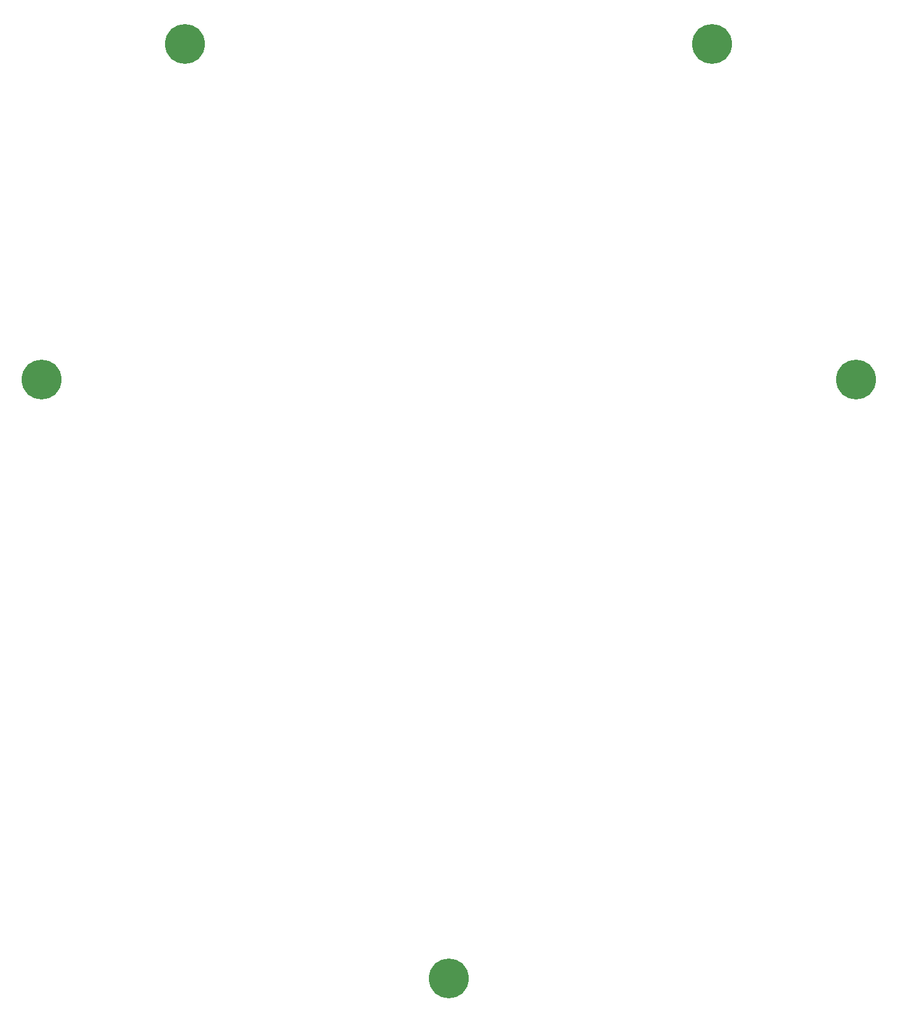
<source format=gbr>
%TF.GenerationSoftware,KiCad,Pcbnew,(6.0.1)*%
%TF.CreationDate,2022-02-09T22:29:10-05:00*%
%TF.ProjectId,herringbone_base_layer,68657272-696e-4676-926f-6e655f626173,rev?*%
%TF.SameCoordinates,Original*%
%TF.FileFunction,Soldermask,Bot*%
%TF.FilePolarity,Negative*%
%FSLAX46Y46*%
G04 Gerber Fmt 4.6, Leading zero omitted, Abs format (unit mm)*
G04 Created by KiCad (PCBNEW (6.0.1)) date 2022-02-09 22:29:10*
%MOMM*%
%LPD*%
G01*
G04 APERTURE LIST*
%ADD10C,5.600000*%
G04 APERTURE END LIST*
D10*
%TO.C,REF\u002A\u002A*%
X179117095Y-28701292D03*
%TD*%
%TO.C,REF\u002A\u002A*%
X199322671Y-75847636D03*
%TD*%
%TO.C,REF\u002A\u002A*%
X84824406Y-75847636D03*
%TD*%
%TO.C,REF\u002A\u002A*%
X142073538Y-160037537D03*
%TD*%
%TO.C,REF\u002A\u002A*%
X105029982Y-28701292D03*
%TD*%
M02*

</source>
